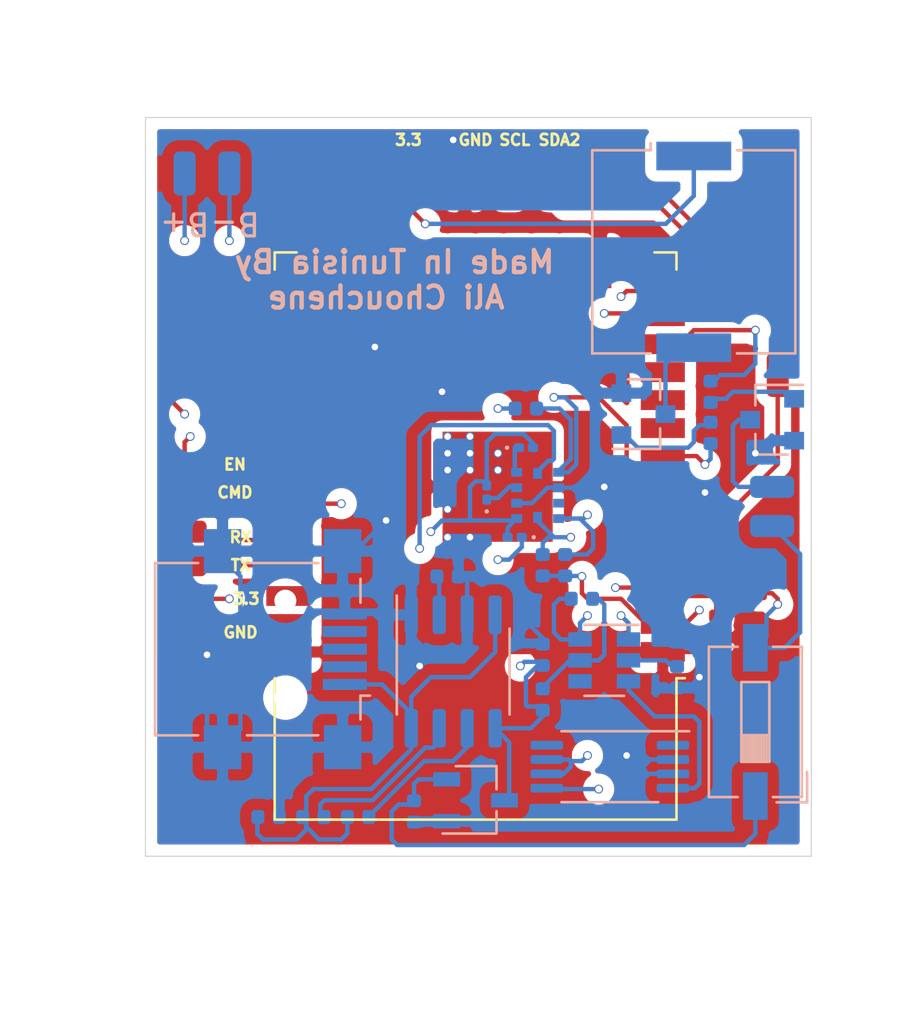
<source format=kicad_pcb>
(kicad_pcb (version 20171130) (host pcbnew "(5.1.6)-1")
  (layers (0 F.Cu signal) (1 In1.Cu signal) (2 In2.Cu signal) (31 B.Cu signal) (34 B.Paste user) (35 F.Paste user hide) (36 B.SilkS user) (37 F.SilkS user) (38 B.Mask user) (39 F.Mask user) (44 Edge.Cuts user hide))
  (net 0 "")
  (net 1 +3V3)
  (net 2 "Net-(BZ1-Pad2)")
  (net 3 B-)
  (net 4 +5V)
  (net 5 "Net-(C2-Pad2)")
  (net 6 B+)
  (net 7 EN)
  (net 8 SCL)
  (net 9 SDA2)
  (net 10 SC)
  (net 11 B2)
  (net 12 B1)
  (net 13 TX)
  (net 14 RX)
  (net 15 CMD)
  (net 16 "Net-(J17-Pad1)")
  (net 17 "Net-(R4-Pad1)")
  (net 18 "Net-(R5-Pad2)")
  (net 19 "Net-(R7-Pad2)")
  (net 20 "Net-(R8-Pad2)")
  (net 21 bz)
  (net 22 OC)
  (net 23 OD)
  (net 24 mt)
  (net 25 "Net-(D2-Pad1)")
  (net 26 "Net-(D3-Pad1)")
  (net 27 "Net-(D4-Pad1)")
  (net 28 GND)
  (net 29 "Net-(Q2-Pad1)")
  (net 30 "Net-(Q3-Pad1)")
  (net 31 "Net-(C5-Pad1)")
  (module Resistor_SMD:R_0402_1005Metric (layer F.Cu) (at 88.392 62.23 180)
    (fp_text reference R9)
    (fp_text value 10K)
    (pad 2 smd roundrect (at 0.485 0 180) (size 0.59 0.64) (layers F.Cu F.Paste F.Mask) (net 7 EN))
    (pad 1 smd roundrect (at -0.485 0 180) (size 0.59 0.64) (layers F.Cu F.Paste F.Mask) (net 1 +3V3))
  )
  (module Capacitor_SMD:C_0402_1005Metric (layer F.Cu) (at 86.868 63.754 270)
    (fp_text reference C4)
    (fp_text value 100nF)
    (pad 2 smd roundrect (at 0.485 0 270) (size 0.59 0.64) (layers F.Cu F.Paste F.Mask) (net 28 GND))
    (pad 1 smd roundrect (at -0.485 0 270) (size 0.59 0.64) (layers F.Cu F.Paste F.Mask) (net 7 EN))
  )
  (module Resistor_SMD:R_0402_1005Metric (layer B.Cu) (at 68.58 72.39)
    (fp_text reference R7)
    (fp_text value 1K)
    (pad 2 smd roundrect (at 0.485 0) (size 0.59 0.64) (layers B.Cu B.Paste B.Mask) (net 19 "Net-(R7-Pad2)"))
    (pad 1 smd roundrect (at -0.485 0) (size 0.59 0.64) (layers B.Cu B.Paste B.Mask) (net 4 +5V))
  )
  (module Resistor_SMD:R_0402_1005Metric (layer B.Cu) (at 86.614 54.955 270)
    (fp_text reference R11)
    (fp_text value 330)
    (pad 2 smd roundrect (at 0.485 0 270) (size 0.59 0.64) (layers B.Cu B.Paste B.Mask) (net 21 bz))
    (pad 1 smd roundrect (at -0.485 0 270) (size 0.59 0.64) (layers B.Cu B.Paste B.Mask) (net 30 "Net-(Q3-Pad1)"))
  )
  (module Resistor_SMD:R_0402_1005Metric (layer B.Cu) (at 86.614 53.086 90)
    (fp_text reference R10)
    (fp_text value 330)
    (pad 2 smd roundrect (at 0.485 0 90) (size 0.59 0.64) (layers B.Cu B.Paste B.Mask) (net 24 mt))
    (pad 1 smd roundrect (at -0.485 0 90) (size 0.59 0.64) (layers B.Cu B.Paste B.Mask) (net 29 "Net-(Q2-Pad1)"))
  )
  (module Resistor_SMD:R_0402_1005Metric (layer B.Cu) (at 70.612 72.39)
    (fp_text reference R8)
    (fp_text value 1K)
    (pad 2 smd roundrect (at 0.485 0) (size 0.59 0.64) (layers B.Cu B.Paste B.Mask) (net 20 "Net-(R8-Pad2)"))
    (pad 1 smd roundrect (at -0.485 0) (size 0.59 0.64) (layers B.Cu B.Paste B.Mask) (net 4 +5V))
  )
  (module Resistor_SMD:R_0402_1005Metric (layer B.Cu) (at 78.994 67.056 90)
    (fp_text reference R6)
    (fp_text value 100)
    (pad 2 smd roundrect (at 0.485 0 90) (size 0.59 0.64) (layers B.Cu B.Paste B.Mask) (net 5 "Net-(C2-Pad2)"))
    (pad 1 smd roundrect (at -0.485 0 90) (size 0.59 0.64) (layers B.Cu B.Paste B.Mask) (net 6 B+))
  )
  (module Resistor_SMD:R_0402_1005Metric (layer B.Cu) (at 74.676 61.468 180)
    (fp_text reference R5)
    (fp_text value 1.2K)
    (pad 2 smd roundrect (at 0.485 0 180) (size 0.59 0.64) (layers B.Cu B.Paste B.Mask) (net 18 "Net-(R5-Pad2)"))
    (pad 1 smd roundrect (at -0.485 0 180) (size 0.59 0.64) (layers B.Cu B.Paste B.Mask) (net 28 GND))
  )
  (module Resistor_SMD:R_0402_1005Metric (layer B.Cu) (at 85.09 66.04 270)
    (fp_text reference R4)
    (fp_text value 1K)
    (pad 2 smd roundrect (at 0.485 0 270) (size 0.59 0.64) (layers B.Cu B.Paste B.Mask) (net 28 GND))
    (pad 1 smd roundrect (at -0.485 0 270) (size 0.59 0.64) (layers B.Cu B.Paste B.Mask) (net 17 "Net-(R4-Pad1)"))
  )
  (module Resistor_SMD:R_0402_1005Metric (layer B.Cu) (at 78.994 60.96 90)
    (fp_text reference R3)
    (fp_text value 3.3K)
    (pad 2 smd roundrect (at 0.485 0 90) (size 0.59 0.64) (layers B.Cu B.Paste B.Mask) (net 8 SCL))
    (pad 1 smd roundrect (at -0.485 0 90) (size 0.59 0.64) (layers B.Cu B.Paste B.Mask) (net 1 +3V3))
  )
  (module Resistor_SMD:R_0402_1005Metric (layer B.Cu) (at 80.01 60.96 90)
    (fp_text reference R2)
    (fp_text value 3.3K)
    (pad 2 smd roundrect (at 0.485 0 90) (size 0.59 0.64) (layers B.Cu B.Paste B.Mask) (net 9 SDA2))
    (pad 1 smd roundrect (at -0.485 0 90) (size 0.59 0.64) (layers B.Cu B.Paste B.Mask) (net 1 +3V3))
  )
  (module Resistor_SMD:R_0402_1005Metric (layer B.Cu) (at 78.232 53.848)
    (fp_text reference R1)
    (fp_text value 3.3K)
    (pad 2 smd roundrect (at 0.485 0) (size 0.59 0.64) (layers B.Cu B.Paste B.Mask) (net 10 SC))
    (pad 1 smd roundrect (at -0.485 0) (size 0.59 0.64) (layers B.Cu B.Paste B.Mask) (net 1 +3V3))
  )
  (module Capacitor_SMD:C_0402_1005Metric (layer B.Cu) (at 73.152 72.136 270)
    (fp_text reference C5)
    (fp_text value 0.1UF)
    (pad 2 smd roundrect (at 0.485 0 270) (size 0.59 0.64) (layers B.Cu B.Paste B.Mask) (net 28 GND))
    (pad 1 smd roundrect (at -0.485 0 270) (size 0.59 0.64) (layers B.Cu B.Paste B.Mask) (net 31 "Net-(C5-Pad1)"))
  )
  (module Capacitor_SMD:C_0402_1005Metric (layer B.Cu) (at 78.994 65.024 90)
    (fp_text reference C3)
    (fp_text value 0.1UF)
    (pad 2 smd roundrect (at 0.485 0 90) (size 0.59 0.64) (layers B.Cu B.Paste B.Mask) (net 28 GND))
    (pad 1 smd roundrect (at -0.485 0 90) (size 0.59 0.64) (layers B.Cu B.Paste B.Mask) (net 6 B+))
  )
  (module Capacitor_SMD:C_0402_1005Metric (layer B.Cu) (at 80.772 62.484)
    (fp_text reference C2)
    (fp_text value 0.1UF)
    (pad 2 smd roundrect (at 0.485 0) (size 0.59 0.64) (layers B.Cu B.Paste B.Mask) (net 5 "Net-(C2-Pad2)"))
    (pad 1 smd roundrect (at -0.485 0) (size 0.59 0.64) (layers B.Cu B.Paste B.Mask) (net 3 B-))
  )
  (module Capacitor_SMD:C_0402_1005Metric (layer B.Cu) (at 66.548 72.39)
    (fp_text reference C1)
    (fp_text value 0.1UF)
    (pad 2 smd roundrect (at 0.485 0) (size 0.59 0.64) (layers B.Cu B.Paste B.Mask) (net 28 GND))
    (pad 1 smd roundrect (at -0.485 0) (size 0.59 0.64) (layers B.Cu B.Paste B.Mask) (net 4 +5V))
  )
  (module Package_TO_SOT_SMD:TSOT-23 (layer B.Cu) (at 75.946 71.628)
    (fp_text reference U5)
    (fp_text value AMS1117-3.3)
    (pad 3 smd rect (at 1.31 0) (size 1.22 0.65) (layers B.Cu B.Paste B.Mask) (net 6 B+))
    (pad 2 smd rect (at -1.31 -0.95) (size 1.22 0.65) (layers B.Cu B.Paste B.Mask) (net 31 "Net-(C5-Pad1)"))
    (pad 1 smd rect (at -1.31 0.95) (size 1.22 0.65) (layers B.Cu B.Paste B.Mask) (net 28 GND))
  )
  (module RF_Module:ESP32-WROOM-32 (layer F.Cu) (at 75.946 56.642 180)
    (fp_text reference U4)
    (fp_text value ESP32-WROOM-32D)
    (pad 39 smd rect (at -1 -0.755 180) (size 5 5) (layers F.Cu F.Paste F.Mask) (net 28 GND))
    (pad 1 smd rect (at -8.5 -8.255 180) (size 2 0.9) (layers F.Cu F.Paste F.Mask) (net 28 GND))
    (pad 2 smd rect (at -8.5 -6.985 180) (size 2 0.9) (layers F.Cu F.Paste F.Mask) (net 1 +3V3))
    (pad 3 smd rect (at -8.5 -5.715 180) (size 2 0.9) (layers F.Cu F.Paste F.Mask) (net 7 EN))
    (pad 4 smd rect (at -8.5 -4.445 180) (size 2 0.9) (layers F.Cu F.Paste F.Mask))
    (pad 5 smd rect (at -8.5 -3.175 180) (size 2 0.9) (layers F.Cu F.Paste F.Mask))
    (pad 6 smd rect (at -8.5 -1.905 180) (size 2 0.9) (layers F.Cu F.Paste F.Mask) (net 12 B1))
    (pad 7 smd rect (at -8.5 -0.635 180) (size 2 0.9) (layers F.Cu F.Paste F.Mask) (net 10 SC))
    (pad 8 smd rect (at -8.5 0.635 180) (size 2 0.9) (layers F.Cu F.Paste F.Mask) (net 21 bz))
    (pad 9 smd rect (at -8.5 1.905 180) (size 2 0.9) (layers F.Cu F.Paste F.Mask))
    (pad 10 smd rect (at -8.5 3.175 180) (size 2 0.9) (layers F.Cu F.Paste F.Mask))
    (pad 11 smd rect (at -8.5 4.445 180) (size 2 0.9) (layers F.Cu F.Paste F.Mask))
    (pad 12 smd rect (at -8.5 5.715 180) (size 2 0.9) (layers F.Cu F.Paste F.Mask) (net 24 mt))
    (pad 13 smd rect (at -8.5 6.985 180) (size 2 0.9) (layers F.Cu F.Paste F.Mask) (net 8 SCL))
    (pad 14 smd rect (at -8.5 8.255 180) (size 2 0.9) (layers F.Cu F.Paste F.Mask) (net 9 SDA2))
    (pad 15 smd rect (at -5.715 9.255 270) (size 2 0.9) (layers F.Cu F.Paste F.Mask) (net 28 GND))
    (pad 16 smd rect (at -4.445 9.255 270) (size 2 0.9) (layers F.Cu F.Paste F.Mask))
    (pad 17 smd rect (at -3.175 9.255 270) (size 2 0.9) (layers F.Cu F.Paste F.Mask))
    (pad 18 smd rect (at -1.905 9.255 270) (size 2 0.9) (layers F.Cu F.Paste F.Mask))
    (pad 19 smd rect (at -0.635 9.255 270) (size 2 0.9) (layers F.Cu F.Paste F.Mask))
    (pad 20 smd rect (at 0.635 9.255 270) (size 2 0.9) (layers F.Cu F.Paste F.Mask))
    (pad 21 smd rect (at 1.905 9.255 270) (size 2 0.9) (layers F.Cu F.Paste F.Mask))
    (pad 22 smd rect (at 3.175 9.255 270) (size 2 0.9) (layers F.Cu F.Paste F.Mask))
    (pad 23 smd rect (at 4.445 9.255 270) (size 2 0.9) (layers F.Cu F.Paste F.Mask))
    (pad 24 smd rect (at 5.715 9.255 270) (size 2 0.9) (layers F.Cu F.Paste F.Mask) (net 15 CMD))
    (pad 25 smd rect (at 8.5 8.255 180) (size 2 0.9) (layers F.Cu F.Paste F.Mask) (net 15 CMD))
    (pad 26 smd rect (at 8.5 6.985 180) (size 2 0.9) (layers F.Cu F.Paste F.Mask))
    (pad 27 smd rect (at 8.5 5.715 180) (size 2 0.9) (layers F.Cu F.Paste F.Mask))
    (pad 28 smd rect (at 8.5 4.445 180) (size 2 0.9) (layers F.Cu F.Paste F.Mask))
    (pad 29 smd rect (at 8.5 3.175 180) (size 2 0.9) (layers F.Cu F.Paste F.Mask))
    (pad 30 smd rect (at 8.5 1.905 180) (size 2 0.9) (layers F.Cu F.Paste F.Mask))
    (pad 31 smd rect (at 8.5 0.635 180) (size 2 0.9) (layers F.Cu F.Paste F.Mask))
    (pad 32 smd rect (at 8.5 -0.635 180) (size 2 0.9) (layers F.Cu F.Paste F.Mask))
    (pad 33 smd rect (at 8.5 -1.905 180) (size 2 0.9) (layers F.Cu F.Paste F.Mask) (net 11 B2))
    (pad 34 smd rect (at 8.5 -3.175 180) (size 2 0.9) (layers F.Cu F.Paste F.Mask) (net 14 RX))
    (pad 35 smd rect (at 8.5 -4.445 180) (size 2 0.9) (layers F.Cu F.Paste F.Mask) (net 13 TX))
    (pad 36 smd rect (at 8.5 -5.715 180) (size 2 0.9) (layers F.Cu F.Paste F.Mask))
    (pad 37 smd rect (at 8.5 -6.985 180) (size 2 0.9) (layers F.Cu F.Paste F.Mask))
    (pad 38 smd rect (at 8.5 -8.255 180) (size 2 0.9) (layers F.Cu F.Paste F.Mask) (net 28 GND))
  )
  (module Package_TO_SOT_SMD:SOT-23 (layer B.Cu) (at 83.566 54.102)
    (fp_text reference Q3)
    (fp_text value BC847)
    (pad 3 smd rect (at 1 0) (size 0.9 0.8) (layers B.Cu B.Paste B.Mask) (net 2 "Net-(BZ1-Pad2)"))
    (pad 2 smd rect (at -1 -0.95) (size 0.9 0.8) (layers B.Cu B.Paste B.Mask) (net 28 GND))
    (pad 1 smd rect (at -1 0.95) (size 0.9 0.8) (layers B.Cu B.Paste B.Mask) (net 30 "Net-(Q3-Pad1)"))
  )
  (module "USB Type-C:WLG" (layer B.Cu) (at 70.612 43.942)
    (fp_text reference IC1)
    (fp_text value BH1792GLC-E2)
    (pad 1 smd rect (at 7.2 14.9 270) (size 0.4 0.5) (layers B.Cu B.Paste B.Mask) (net 1 +3V3))
    (pad 3 smd rect (at 7.2 13.5 270) (size 0.4 0.5) (layers B.Cu B.Paste B.Mask) (net 25 "Net-(D2-Pad1)"))
    (pad 2 smd rect (at 7.2 14.2 270) (size 0.4 0.5) (layers B.Cu B.Paste B.Mask) (net 28 GND))
    (pad 4 smd rect (at 7.2 12.8 270) (size 0.4 0.5) (layers B.Cu B.Paste B.Mask) (net 26 "Net-(D3-Pad1)"))
    (pad 5 smd rect (at 8.15 12.85) (size 0.4 0.5) (layers B.Cu B.Paste B.Mask) (net 27 "Net-(D4-Pad1)"))
    (pad 10 smd rect (at 8.15 14.85) (size 0.4 0.5) (layers B.Cu B.Paste B.Mask) (net 8 SCL))
    (pad 9 smd rect (at 9.1 14.9 270) (size 0.4 0.5) (layers B.Cu B.Paste B.Mask) (net 9 SDA2))
    (pad 8 smd rect (at 9.1 14.2 270) (size 0.4 0.5) (layers B.Cu B.Paste B.Mask))
    (pad 6 smd rect (at 9.1 12.8 270) (size 0.4 0.5) (layers B.Cu B.Paste B.Mask) (net 10 SC))
    (pad 7 smd rect (at 9.1 13.5 270) (size 0.4 0.5) (layers B.Cu B.Paste B.Mask) (net 28 GND))
  )
  (module Package_TO_SOT_SMD:SOT-23 (layer B.Cu) (at 89.408 54.356 180)
    (fp_text reference Q2)
    (fp_text value BC847)
    (pad 3 smd rect (at 1 0 180) (size 0.9 0.8) (layers B.Cu B.Paste B.Mask) (net 16 "Net-(J17-Pad1)"))
    (pad 2 smd rect (at -1 -0.95 180) (size 0.9 0.8) (layers B.Cu B.Paste B.Mask) (net 28 GND))
    (pad 1 smd rect (at -1 0.95 180) (size 0.9 0.8) (layers B.Cu B.Paste B.Mask) (net 29 "Net-(Q2-Pad1)"))
  )
  (module LED_SMD:LED_0201_0603Metric (layer B.Cu) (at 77.724 59.69 180)
    (fp_text reference D4)
    (fp_text value LED)
    (pad 2 smd roundrect (at 0.32 0 180) (size 0.46 0.4) (layers B.Cu B.Mask) (net 1 +3V3))
    (pad 1 smd roundrect (at -0.32 0 180) (size 0.46 0.4) (layers B.Cu B.Mask) (net 27 "Net-(D4-Pad1)"))
  )
  (module LED_SMD:LED_0201_0603Metric (layer B.Cu) (at 78.232 55.626)
    (fp_text reference D3)
    (fp_text value LED)
    (pad 2 smd roundrect (at 0.32 0) (size 0.46 0.4) (layers B.Cu B.Mask) (net 1 +3V3))
    (pad 1 smd roundrect (at -0.32 0) (size 0.46 0.4) (layers B.Cu B.Mask) (net 26 "Net-(D3-Pad1)"))
  )
  (module LED_SMD:LED_0201_0603Metric (layer B.Cu) (at 76.454 57.658 90)
    (fp_text reference D2)
    (fp_text value LED)
    (pad 2 smd roundrect (at 0.32 0 90) (size 0.46 0.4) (layers B.Cu B.Mask) (net 1 +3V3))
    (pad 1 smd roundrect (at -0.32 0 90) (size 0.46 0.4) (layers B.Cu B.Mask) (net 25 "Net-(D2-Pad1)"))
  )
  (module Buzzer_Beeper:Buzzer_Murata_PKMCS0909E4000-R1 (layer B.Cu) (at 85.852 46.736 270)
    (fp_text reference BZ1)
    (fp_text value Buzzer)
    (pad 1 smd rect (at -4.35 0 270) (size 1.3 3.4) (layers B.Cu B.Paste B.Mask) (net 1 +3V3))
    (pad 2 smd rect (at 4.35 0 270) (size 1.3 3.4) (layers B.Cu B.Paste B.Mask) (net 2 "Net-(BZ1-Pad2)"))
  )
  (module Connector_USB:USB_Mini-B_Lumberg_2486_01_Horizontal (layer B.Cu) (at 67.31 64.77 90)
    (fp_text reference J1)
    (fp_text value USB_OTG)
    (pad 1 smd rect (at -1.6 2.7 90) (size 0.5 2) (layers B.Cu B.Paste B.Mask) (net 4 +5V))
    (pad 2 smd rect (at -0.8 2.7 90) (size 0.5 2) (layers B.Cu B.Paste B.Mask))
    (pad 3 smd rect (at 0 2.7 90) (size 0.5 2) (layers B.Cu B.Paste B.Mask))
    (pad 4 smd rect (at 0.8 2.7 90) (size 0.5 2) (layers B.Cu B.Paste B.Mask))
    (pad 5 smd rect (at 1.6 2.7 90) (size 0.5 2) (layers B.Cu B.Paste B.Mask) (net 28 GND))
    (pad 6 smd rect (at -4.45 2.6 90) (size 2 1.7) (layers B.Cu B.Paste B.Mask) (net 28 GND))
    (pad 6 smd rect (at -4.45 -2.85 90) (size 2 1.7) (layers B.Cu B.Paste B.Mask) (net 28 GND))
    (pad 6 smd rect (at 4.45 2.6 90) (size 2 1.7) (layers B.Cu B.Paste B.Mask) (net 28 GND))
    (pad 6 smd rect (at 4.45 -2.85 90) (size 2 1.7) (layers B.Cu B.Paste B.Mask) (net 28 GND))
    (pad "" np_thru_hole circle (at -2.2 0 90) (size 1 1) (drill 1) (layers *.Cu *.Mask))
    (pad "" np_thru_hole circle (at 2.2 0 90) (size 1 1) (drill 1) (layers *.Cu *.Mask))
  )
  (module Connector_Wire:SolderWirePad_1x01_SMD_1x2mm (layer F.Cu) (at 62.23 52.324 180)
    (fp_text reference J2)
    (fp_text value Conn_01x01_Female)
    (pad 1 smd roundrect (at 0 0 180) (size 1 2) (layers F.Cu F.Paste F.Mask) (net 11 B2))
  )
  (module Connector_Wire:SolderWirePad_1x01_SMD_1x2mm (layer F.Cu) (at 89.662 52.324)
    (fp_text reference J3)
    (fp_text value Conn_01x01_Female)
    (pad 1 smd roundrect (at 0 0) (size 1 2) (layers F.Cu F.Paste F.Mask) (net 12 B1))
  )
  (module Connector_Wire:SolderWirePad_1x01_SMD_1x2mm (layer F.Cu) (at 62.738 62.484 90)
    (fp_text reference J4)
    (fp_text value Conn_01x01_Female)
    (pad 1 smd roundrect (at 0 0 90) (size 1 2) (layers F.Cu F.Paste F.Mask) (net 1 +3V3))
  )
  (module Connector_Wire:SolderWirePad_1x01_SMD_1x2mm (layer F.Cu) (at 75.438 43.434)
    (fp_text reference J5)
    (fp_text value Conn_01x01_Female)
    (pad 1 smd roundrect (at 0 0) (size 1 2) (layers F.Cu F.Paste F.Mask) (net 28 GND))
  )
  (module Connector_Wire:SolderWirePad_1x01_SMD_1x2mm (layer F.Cu) (at 79.502 43.434)
    (fp_text reference J6)
    (fp_text value Conn_01x01_Female)
    (pad 1 smd roundrect (at 0 0) (size 1 2) (layers F.Cu F.Paste F.Mask) (net 9 SDA2))
  )
  (module Connector_Wire:SolderWirePad_1x01_SMD_1x2mm (layer F.Cu) (at 77.47 43.434)
    (fp_text reference J7)
    (fp_text value Conn_01x01_Female)
    (pad 1 smd roundrect (at 0 0) (size 1 2) (layers F.Cu F.Paste F.Mask) (net 8 SCL))
  )
  (module Connector_Wire:SolderWirePad_1x01_SMD_1x2mm (layer F.Cu) (at 73.152 43.434)
    (fp_text reference J8)
    (fp_text value Conn_01x01_Female)
    (pad 1 smd roundrect (at 0 0) (size 1 2) (layers F.Cu F.Paste F.Mask) (net 1 +3V3))
  )
  (module Connector_Wire:SolderWirePad_1x01_SMD_1x2mm (layer F.Cu) (at 62.738 60.96 90)
    (fp_text reference J9)
    (fp_text value Conn_01x01_Female)
    (pad 1 smd roundrect (at 0 0 90) (size 1 2) (layers F.Cu F.Paste F.Mask) (net 13 TX))
  )
  (module Connector_Wire:SolderWirePad_1x01_SMD_1x2mm (layer F.Cu) (at 62.738 59.436 90)
    (fp_text reference J10)
    (fp_text value Conn_01x01_Female)
    (pad 1 smd roundrect (at 0 0 90) (size 1 2) (layers F.Cu F.Paste F.Mask) (net 14 RX))
  )
  (module Connector_Wire:SolderWirePad_1x01_SMD_1x2mm (layer F.Cu) (at 62.738 57.912 90)
    (fp_text reference J11)
    (fp_text value Conn_01x01_Female)
    (pad 1 smd roundrect (at 0 0 90) (size 1 2) (layers F.Cu F.Paste F.Mask) (net 15 CMD))
  )
  (module Connector_Wire:SolderWirePad_1x01_SMD_1x2mm (layer F.Cu) (at 62.738 56.388 90)
    (fp_text reference J12)
    (fp_text value Conn_01x01_Female)
    (pad 1 smd roundrect (at 0 0 90) (size 1 2) (layers F.Cu F.Paste F.Mask) (net 7 EN))
  )
  (module Connector_Wire:SolderWirePad_1x01_SMD_1x2mm (layer B.Cu) (at 64.77 43.18)
    (fp_text reference J13)
    (fp_text value Conn_01x01_Female)
    (pad 1 smd roundrect (at 0 0) (size 1 2) (layers B.Cu B.Paste B.Mask) (net 3 B-))
  )
  (module Connector_Wire:SolderWirePad_1x01_SMD_1x2mm (layer B.Cu) (at 62.738 43.18)
    (fp_text reference J14)
    (fp_text value Conn_01x01_Female)
    (pad 1 smd roundrect (at 0 0) (size 1 2) (layers B.Cu B.Paste B.Mask) (net 6 B+))
  )
  (module Connector_Wire:SolderWirePad_1x01_SMD_1x2mm (layer F.Cu) (at 62.738 64.008 270)
    (fp_text reference J15)
    (fp_text value Conn_01x01_Female)
    (pad 1 smd roundrect (at 0 0 270) (size 1 2) (layers F.Cu F.Paste F.Mask) (net 28 GND))
  )
  (module Connector_Wire:SolderWirePad_1x01_SMD_1x2mm (layer B.Cu) (at 89.408 59.182 90)
    (fp_text reference J16)
    (fp_text value Conn_01x01_Female)
    (pad 1 smd roundrect (at 0 0 90) (size 1 2) (layers B.Cu B.Paste B.Mask) (net 1 +3V3))
  )
  (module Connector_Wire:SolderWirePad_1x01_SMD_1x2mm (layer B.Cu) (at 89.408 57.404 270)
    (fp_text reference J17)
    (fp_text value Conn_01x01_Female)
    (pad 1 smd roundrect (at 0 0 270) (size 1 2) (layers B.Cu B.Paste B.Mask) (net 16 "Net-(J17-Pad1)"))
  )
  (module Button_Switch_SMD:SW_DIP_SPSTx01_Slide_6.7x4.1mm_W6.73mm_P2.54mm_LowProfile_JPin (layer B.Cu) (at 88.646 68.072 90)
    (fp_text reference SW1)
    (fp_text value SW_DIP_x01)
    (pad 1 smd rect (at -3.365 0 90) (size 2.16 1.12) (layers B.Cu B.Paste B.Mask) (net 31 "Net-(C5-Pad1)"))
    (pad 2 smd rect (at 3.365 0 90) (size 2.16 1.12) (layers B.Cu B.Paste B.Mask) (net 1 +3V3))
  )
  (module Package_SO:TSSOP-8_4.4x3mm_P0.65mm (layer B.Cu) (at 82.042 70.104 180)
    (fp_text reference U1)
    (fp_text value FS8205A)
    (pad 1 smd roundrect (at -2.8625 0.975 180) (size 1.475 0.4) (layers B.Cu B.Paste B.Mask))
    (pad 2 smd roundrect (at -2.8625 0.325 180) (size 1.475 0.4) (layers B.Cu B.Paste B.Mask) (net 28 GND))
    (pad 3 smd roundrect (at -2.8625 -0.325 180) (size 1.475 0.4) (layers B.Cu B.Paste B.Mask) (net 28 GND))
    (pad 4 smd roundrect (at -2.8625 -0.975 180) (size 1.475 0.4) (layers B.Cu B.Paste B.Mask) (net 22 OC))
    (pad 5 smd roundrect (at 2.8625 -0.975 180) (size 1.475 0.4) (layers B.Cu B.Paste B.Mask) (net 23 OD))
    (pad 6 smd roundrect (at 2.8625 -0.325 180) (size 1.475 0.4) (layers B.Cu B.Paste B.Mask) (net 3 B-))
    (pad 7 smd roundrect (at 2.8625 0.325 180) (size 1.475 0.4) (layers B.Cu B.Paste B.Mask) (net 3 B-))
    (pad 8 smd roundrect (at 2.8625 0.975 180) (size 1.475 0.4) (layers B.Cu B.Paste B.Mask))
  )
  (module Package_SO:SO-8_3.9x4.9mm_P1.27mm (layer B.Cu) (at 74.93 65.786 270)
    (fp_text reference U2)
    (fp_text value TP4056)
    (pad 1 smd roundrect (at -2.575 1.905 270) (size 1.75 0.6) (layers B.Cu B.Paste B.Mask) (net 28 GND))
    (pad 2 smd roundrect (at -2.575 0.635 270) (size 1.75 0.6) (layers B.Cu B.Paste B.Mask) (net 18 "Net-(R5-Pad2)"))
    (pad 3 smd roundrect (at -2.575 -0.635 270) (size 1.75 0.6) (layers B.Cu B.Paste B.Mask) (net 28 GND))
    (pad 4 smd roundrect (at -2.575 -1.905 270) (size 1.75 0.6) (layers B.Cu B.Paste B.Mask) (net 4 +5V))
    (pad 5 smd roundrect (at 2.575 -1.905 270) (size 1.75 0.6) (layers B.Cu B.Paste B.Mask) (net 6 B+))
    (pad 6 smd roundrect (at 2.575 -0.635 270) (size 1.75 0.6) (layers B.Cu B.Paste B.Mask) (net 20 "Net-(R8-Pad2)"))
    (pad 7 smd roundrect (at 2.575 0.635 270) (size 1.75 0.6) (layers B.Cu B.Paste B.Mask) (net 19 "Net-(R7-Pad2)"))
    (pad 8 smd roundrect (at 2.575 1.905 270) (size 1.75 0.6) (layers B.Cu B.Paste B.Mask) (net 4 +5V))
  )
  (module Package_TO_SOT_SMD:SOT-23-6 (layer B.Cu) (at 81.788 65.278 180)
    (fp_text reference U3)
    (fp_text value DW01-P)
    (pad 1 smd rect (at -1.1 0.95 180) (size 1.06 0.65) (layers B.Cu B.Paste B.Mask) (net 23 OD))
    (pad 2 smd rect (at -1.1 0 180) (size 1.06 0.65) (layers B.Cu B.Paste B.Mask) (net 17 "Net-(R4-Pad1)"))
    (pad 3 smd rect (at -1.1 -0.95 180) (size 1.06 0.65) (layers B.Cu B.Paste B.Mask) (net 22 OC))
    (pad 4 smd rect (at 1.1 -0.95 180) (size 1.06 0.65) (layers B.Cu B.Paste B.Mask))
    (pad 6 smd rect (at 1.1 0.95 180) (size 1.06 0.65) (layers B.Cu B.Paste B.Mask) (net 3 B-))
    (pad 5 smd rect (at 1.1 0 180) (size 1.06 0.65) (layers B.Cu B.Paste B.Mask) (net 5 "Net-(C2-Pad2)"))
  )
  (gr_text GND (at 65.278 64.008) (layer F.SilkS) (effects (font (size 0.5 0.5) (thickness 0.125))))
  (gr_text 3.3 (at 65.532 62.484) (layer F.SilkS) (effects (font (size 0.5 0.5) (thickness 0.125))))
  (gr_text TX (at 65.278 60.96) (layer F.SilkS) (effects (font (size 0.5 0.5) (thickness 0.125))))
  (gr_text RX (at 65.278 59.69) (layer F.SilkS) (effects (font (size 0.5 0.5) (thickness 0.125))))
  (gr_text CMD (at 65.024 57.658) (layer F.SilkS) (effects (font (size 0.5 0.5) (thickness 0.125))))
  (gr_text EN (at 65.024 56.388) (layer F.SilkS) (effects (font (size 0.5 0.5) (thickness 0.125))))
  (gr_text B- (at 65.024 45.466 180) (layer B.SilkS) (effects (font (size 1 1))))
  (gr_text B+ (at 62.738 45.466 180) (layer B.SilkS) (effects (font (size 1 1))))
  (gr_text SDA2 (at 79.756 41.656) (layer F.SilkS) (effects (font (size 0.5 0.5) (thickness 0.125))))
  (gr_text SCL (at 77.724 41.656) (layer F.SilkS) (effects (font (size 0.5 0.5) (thickness 0.125))))
  (gr_text GND (at 75.946 41.656) (layer F.SilkS) (effects (font (size 0.5 0.5) (thickness 0.125))))
  (gr_text 3.3 (at 72.898 41.656) (layer F.SilkS) (effects (font (size 0.5 0.5) (thickness 0.125))))
  (gr_line (start 91.186 40.64) (end 60.96 40.64) (layer Edge.Cuts) (width 0.05))
  (gr_text "Made In Tunisia By \nAli Chouchene" (at 71.882 48.006) (layer B.SilkS) (effects (font (size 1 1) (thickness 0.2)) (justify mirror)))
  (gr_line (start 60.96 40.64) (end 60.96 74.168) (layer Edge.Cuts) (width 0.05))
  (gr_line (start 91.186 74.168) (end 91.186 40.64) (layer Edge.Cuts) (width 0.05))
  (gr_line (start 91.186 74.168) (end 60.96 74.168) (layer Edge.Cuts) (width 0.05))
  (segment (start 77.724 58.928) (end 76.708 58.928) (width 0.2) (layer B.Cu) (net 1))
  (segment (start 76.454 57.15) (end 75.946 57.15) (width 0.2) (layer B.Cu) (net 1))
  (segment (start 75.946 57.15) (end 75.692 57.404) (width 0.2) (layer B.Cu) (net 1))
  (segment (start 75.692 57.404) (end 75.692 58.928) (width 0.2) (layer B.Cu) (net 1))
  (segment (start 84.446 63.627) (end 83.693 63.627) (width 0.2) (layer F.Cu) (net 1))
  (segment (start 83.693 63.627) (end 82.55 62.484) (width 0.2) (layer F.Cu) (net 1))
  (segment (start 82.55 62.484) (end 81.026 62.484) (width 0.2) (layer F.Cu) (net 1))
  (segment (start 81.026 62.484) (end 80.772 62.23) (width 0.2) (layer F.Cu) (net 1))
  (segment (start 80.772 62.23) (end 80.772 61.468) (width 0.2) (layer F.Cu) (net 1))
  (segment (start 80.772 61.468) (end 80.772 61.468) (width 0.2) (layer F.Cu) (net 1))
  (via (at 80.772 61.468) (size 0.4) (drill 0.3) (layers F.Cu B.Cu) (net 1))
  (segment (start 89.979 64.707) (end 88.646 64.707) (width 0.2) (layer B.Cu) (net 1))
  (segment (start 90.678 64.008) (end 89.979 64.707) (width 0.2) (layer B.Cu) (net 1))
  (segment (start 89.408 59.182) (end 90.678 60.452) (width 0.2) (layer B.Cu) (net 1))
  (segment (start 90.678 60.452) (end 90.678 64.008) (width 0.2) (layer B.Cu) (net 1))
  (segment (start 78.552 55.426) (end 78.12802 55.00202) (width 0.2) (layer B.Cu) (net 1))
  (segment (start 78.552 55.626) (end 78.552 55.426) (width 0.2) (layer B.Cu) (net 1))
  (segment (start 78.12802 55.00202) (end 76.82398 55.00202) (width 0.2) (layer B.Cu) (net 1))
  (segment (start 76.454 55.372) (end 76.454 57.338) (width 0.2) (layer B.Cu) (net 1))
  (segment (start 76.82398 55.00202) (end 76.454 55.372) (width 0.2) (layer B.Cu) (net 1))
  (segment (start 75.692 58.928) (end 74.422 58.928) (width 0.2) (layer B.Cu) (net 1))
  (segment (start 74.422 58.928) (end 73.914 59.436) (width 0.2) (layer B.Cu) (net 1))
  (segment (start 73.914 59.436) (end 73.914 59.436) (width 0.2) (layer B.Cu) (net 1))
  (via (at 73.914 59.436) (size 0.4) (drill 0.3) (layers F.Cu B.Cu) (net 1))
  (segment (start 62.738 62.484) (end 64.77 62.484) (width 0.2) (layer F.Cu) (net 1))
  (segment (start 64.77 62.484) (end 64.77 62.484) (width 0.2) (layer F.Cu) (net 1))
  (via (at 64.77 62.484) (size 0.4) (drill 0.3) (layers F.Cu B.Cu) (net 1))
  (segment (start 76.962 53.848) (end 76.962 53.848) (width 0.2) (layer B.Cu) (net 1))
  (via (at 76.962 53.848) (size 0.4) (drill 0.3) (layers F.Cu B.Cu) (net 1))
  (segment (start 73.152 43.434) (end 73.152 44.958) (width 0.2) (layer F.Cu) (net 1))
  (segment (start 73.152 44.958) (end 73.66 45.466) (width 0.2) (layer F.Cu) (net 1))
  (segment (start 73.66 45.466) (end 73.66 45.466) (width 0.2) (layer F.Cu) (net 1))
  (via (at 73.66 45.466) (size 0.4) (drill 0.3) (layers F.Cu B.Cu) (net 1))
  (segment (start 73.66 45.466) (end 84.582 45.466) (width 0.2) (layer B.Cu) (net 1))
  (segment (start 85.852 44.196) (end 85.852 42.386) (width 0.2) (layer B.Cu) (net 1))
  (segment (start 84.582 45.466) (end 85.852 44.196) (width 0.2) (layer B.Cu) (net 1))
  (segment (start 89.662 62.738) (end 89.662 62.738) (width 0.2) (layer F.Cu) (net 1))
  (via (at 89.662 62.738) (size 0.4) (drill 0.3) (layers F.Cu B.Cu) (net 1))
  (segment (start 84.446 63.627) (end 85.471 63.627) (width 0.2) (layer F.Cu) (net 1))
  (segment (start 85.471 63.627) (end 85.735999 63.362001) (width 0.2) (layer F.Cu) (net 1))
  (segment (start 85.735999 63.362001) (end 86.106 62.992) (width 0.2) (layer F.Cu) (net 1))
  (segment (start 86.106 62.992) (end 86.106 62.992) (width 0.2) (layer F.Cu) (net 1))
  (via (at 86.106 62.992) (size 0.4) (drill 0.3) (layers F.Cu B.Cu) (net 1))
  (segment (start 89.662 62.738) (end 89.154 63.246) (width 0.2) (layer B.Cu) (net 1))
  (segment (start 89.154 64.199) (end 88.646 64.707) (width 0.2) (layer B.Cu) (net 1))
  (segment (start 89.154 63.246) (end 89.154 64.199) (width 0.2) (layer B.Cu) (net 1))
  (segment (start 77.812 58.842) (end 77.81 58.842) (width 0.2) (layer B.Cu) (net 1))
  (segment (start 77.404 59.248) (end 77.404 59.69) (width 0.2) (layer B.Cu) (net 1))
  (segment (start 77.81 58.842) (end 77.404 59.248) (width 0.2) (layer B.Cu) (net 1))
  (segment (start 77.747 53.848) (end 76.962 53.848) (width 0.2) (layer B.Cu) (net 1))
  (segment (start 78.994 61.445) (end 80.01 61.445) (width 0.2) (layer B.Cu) (net 1))
  (segment (start 80.749 61.445) (end 80.772 61.468) (width 0.2) (layer B.Cu) (net 1))
  (segment (start 80.01 61.445) (end 80.749 61.445) (width 0.2) (layer B.Cu) (net 1))
  (segment (start 88.877 62.23) (end 89.408 62.23) (width 0.2) (layer F.Cu) (net 1))
  (segment (start 89.408 62.23) (end 89.662 62.484) (width 0.2) (layer F.Cu) (net 1))
  (segment (start 89.662 62.484) (end 89.662 62.738) (width 0.2) (layer F.Cu) (net 1))
  (segment (start 75.692 58.928) (end 76.708 58.928) (width 0.2) (layer B.Cu) (net 1))
  (segment (start 84.566 54.102) (end 84.566 51.832) (width 0.2) (layer B.Cu) (net 2))
  (segment (start 85.312 51.086) (end 85.852 51.086) (width 0.2) (layer B.Cu) (net 2))
  (segment (start 84.566 51.832) (end 85.312 51.086) (width 0.2) (layer B.Cu) (net 2))
  (segment (start 64.77 42.418) (end 64.77 43.18) (width 0.2) (layer B.Cu) (net 3))
  (segment (start 79.1795 69.779) (end 80.193 69.779) (width 0.2) (layer B.Cu) (net 3))
  (segment (start 80.193 69.779) (end 80.264 69.85) (width 0.2) (layer B.Cu) (net 3))
  (segment (start 80.264 69.85) (end 80.264 70.104) (width 0.2) (layer B.Cu) (net 3))
  (segment (start 79.939 70.429) (end 79.1795 70.429) (width 0.2) (layer B.Cu) (net 3))
  (segment (start 80.264 70.104) (end 79.939 70.429) (width 0.2) (layer B.Cu) (net 3))
  (segment (start 80.264 69.85) (end 80.772 69.85) (width 0.2) (layer B.Cu) (net 3))
  (segment (start 80.772 69.85) (end 81.026 69.596) (width 0.2) (layer B.Cu) (net 3))
  (segment (start 81.026 69.596) (end 81.026 69.596) (width 0.2) (layer B.Cu) (net 3))
  (via (at 81.026 69.596) (size 0.4) (drill 0.3) (layers F.Cu B.Cu) (net 3))
  (via (at 64.77 46.228) (size 0.4) (drill 0.3) (layers F.Cu B.Cu) (net 3))
  (segment (start 64.77 46.228) (end 64.77 43.18) (width 0.2) (layer B.Cu) (net 3))
  (segment (start 80.688 64.328) (end 80.452 64.092) (width 0.2) (layer B.Cu) (net 3))
  (segment (start 80.688 64.328) (end 80.688 63.584) (width 0.2) (layer B.Cu) (net 3))
  (segment (start 81.026 63.246) (end 81.026 63.246) (width 0.2) (layer B.Cu) (net 3))
  (via (at 81.026 63.246) (size 0.4) (drill 0.3) (layers F.Cu B.Cu) (net 3))
  (segment (start 80.688 63.584) (end 81.026 63.246) (width 0.2) (layer B.Cu) (net 3))
  (segment (start 80.452 62.484) (end 79.756 62.484) (width 0.2) (layer B.Cu) (net 3))
  (segment (start 79.756 62.484) (end 79.502 62.738) (width 0.2) (layer B.Cu) (net 3))
  (segment (start 79.502 62.738) (end 79.502 64.008) (width 0.2) (layer B.Cu) (net 3))
  (segment (start 79.502 64.008) (end 79.822 64.328) (width 0.2) (layer B.Cu) (net 3))
  (segment (start 79.822 64.328) (end 79.944 64.328) (width 0.2) (layer B.Cu) (net 3))
  (segment (start 79.944 64.328) (end 80.688 64.328) (width 0.2) (layer B.Cu) (net 3))
  (segment (start 70.01 66.37) (end 71.704 66.37) (width 0.2) (layer B.Cu) (net 4))
  (segment (start 73.025 67.691) (end 73.025 68.361) (width 0.2) (layer B.Cu) (net 4))
  (segment (start 71.704 66.37) (end 73.025 67.691) (width 0.2) (layer B.Cu) (net 4))
  (segment (start 76.835 63.211) (end 76.835 64.897) (width 0.2) (layer B.Cu) (net 4))
  (segment (start 76.835 64.897) (end 75.692 66.04) (width 0.2) (layer B.Cu) (net 4))
  (segment (start 75.692 66.04) (end 73.914 66.04) (width 0.2) (layer B.Cu) (net 4))
  (segment (start 73.025 66.929) (end 73.025 68.361) (width 0.2) (layer B.Cu) (net 4))
  (segment (start 73.914 66.04) (end 73.025 66.929) (width 0.2) (layer B.Cu) (net 4))
  (segment (start 67.818 73.406) (end 68.26 72.964) (width 0.2) (layer B.Cu) (net 4))
  (segment (start 68.26 72.832) (end 68.26 72.39) (width 0.2) (layer B.Cu) (net 4))
  (segment (start 68.26 72.964) (end 68.26 72.832) (width 0.2) (layer B.Cu) (net 4))
  (segment (start 68.26 71.44) (end 68.26 72.39) (width 0.2) (layer B.Cu) (net 4))
  (segment (start 68.58 71.12) (end 68.26 71.44) (width 0.2) (layer B.Cu) (net 4))
  (segment (start 71.211714 71.12) (end 68.58 71.12) (width 0.2) (layer B.Cu) (net 4))
  (segment (start 73.025 68.361) (end 73.025 69.306714) (width 0.2) (layer B.Cu) (net 4))
  (segment (start 73.025 69.306714) (end 71.211714 71.12) (width 0.2) (layer B.Cu) (net 4))
  (segment (start 67.818 73.406) (end 66.294 73.406) (width 0.2) (layer B.Cu) (net 4))
  (segment (start 66.294 73.406) (end 66.04 73.152) (width 0.2) (layer B.Cu) (net 4))
  (segment (start 66.04 72.413) (end 66.063 72.39) (width 0.2) (layer B.Cu) (net 4))
  (segment (start 66.04 73.152) (end 66.04 72.413) (width 0.2) (layer B.Cu) (net 4))
  (segment (start 70.127 73.129) (end 70.127 72.39) (width 0.2) (layer B.Cu) (net 4))
  (segment (start 68.26 72.832) (end 68.834 73.406) (width 0.2) (layer B.Cu) (net 4))
  (segment (start 69.85 73.406) (end 70.127 73.129) (width 0.2) (layer B.Cu) (net 4))
  (segment (start 68.834 73.406) (end 69.85 73.406) (width 0.2) (layer B.Cu) (net 4))
  (segment (start 80.222 65.278) (end 80.688 65.278) (width 0.2) (layer B.Cu) (net 5))
  (segment (start 78.994 66.506) (end 80.222 65.278) (width 0.2) (layer B.Cu) (net 5))
  (segment (start 78.994 66.736) (end 78.994 66.506) (width 0.2) (layer B.Cu) (net 5))
  (segment (start 81.092 62.484) (end 81.534 62.484) (width 0.2) (layer B.Cu) (net 5))
  (segment (start 81.534 62.484) (end 81.788 62.738) (width 0.2) (layer B.Cu) (net 5))
  (segment (start 81.788 62.738) (end 81.788 65.024) (width 0.2) (layer B.Cu) (net 5))
  (segment (start 81.534 65.278) (end 80.688 65.278) (width 0.2) (layer B.Cu) (net 5))
  (segment (start 81.788 65.024) (end 81.534 65.278) (width 0.2) (layer B.Cu) (net 5))
  (segment (start 76.835 68.361) (end 78.451 68.361) (width 0.2) (layer B.Cu) (net 6))
  (segment (start 78.994 67.818) (end 78.994 67.376) (width 0.2) (layer B.Cu) (net 6))
  (segment (start 78.451 68.361) (end 78.994 67.818) (width 0.2) (layer B.Cu) (net 6))
  (segment (start 78.994 67.376) (end 78.298 67.376) (width 0.2) (layer B.Cu) (net 6))
  (segment (start 78.298 67.376) (end 78.232 67.31) (width 0.2) (layer B.Cu) (net 6))
  (segment (start 78.232 67.31) (end 78.232 66.04) (width 0.2) (layer B.Cu) (net 6))
  (segment (start 78.928 65.344) (end 78.994 65.344) (width 0.2) (layer B.Cu) (net 6))
  (segment (start 78.232 66.04) (end 78.928 65.344) (width 0.2) (layer B.Cu) (net 6))
  (segment (start 78.994 65.344) (end 78.166 65.344) (width 0.2) (layer B.Cu) (net 6))
  (segment (start 77.978 65.532) (end 77.978 65.532) (width 0.2) (layer B.Cu) (net 6))
  (segment (start 77.978 65.532) (end 78.166 65.344) (width 0.2) (layer B.Cu) (net 6))
  (via (at 77.978 65.532) (size 0.4) (drill 0.3) (layers F.Cu B.Cu) (net 6))
  (via (at 62.738 46.228) (size 0.4) (drill 0.3) (layers F.Cu B.Cu) (net 6))
  (segment (start 62.738 43.18) (end 62.738 46.228) (width 0.2) (layer B.Cu) (net 6))
  (segment (start 76.835 68.361) (end 77.47 68.996) (width 0.2) (layer B.Cu) (net 6))
  (segment (start 77.47 71.414) (end 77.256 71.628) (width 0.2) (layer B.Cu) (net 6))
  (segment (start 77.47 68.996) (end 77.47 71.414) (width 0.2) (layer B.Cu) (net 6))
  (segment (start 62.738 56.388) (end 62.738 55.372) (width 0.2) (layer F.Cu) (net 7))
  (segment (start 62.738 55.372) (end 62.992 55.118) (width 0.2) (layer F.Cu) (net 7))
  (segment (start 62.992 55.118) (end 62.992 55.118) (width 0.2) (layer F.Cu) (net 7))
  (via (at 62.992 55.118) (size 0.4) (drill 0.3) (layers F.Cu B.Cu) (net 7))
  (segment (start 84.065 61.976) (end 84.446 62.357) (width 0.2) (layer F.Cu) (net 7))
  (segment (start 82.296 61.976) (end 84.065 61.976) (width 0.2) (layer F.Cu) (net 7))
  (segment (start 86.868 63.434) (end 86.868 62.738) (width 0.2) (layer F.Cu) (net 7))
  (segment (start 86.868 62.738) (end 86.868 62.484) (width 0.2) (layer F.Cu) (net 7))
  (segment (start 86.741 62.357) (end 84.446 62.357) (width 0.2) (layer F.Cu) (net 7))
  (segment (start 86.868 62.484) (end 86.741 62.357) (width 0.2) (layer F.Cu) (net 7))
  (via (at 82.296 61.976) (size 0.4) (drill 0.3) (layers F.Cu B.Cu) (net 7))
  (segment (start 86.868 62.484) (end 87.122 62.23) (width 0.2) (layer F.Cu) (net 7))
  (segment (start 87.122 62.23) (end 87.907 62.23) (width 0.2) (layer F.Cu) (net 7))
  (segment (start 85.166002 49.657) (end 86.106 48.717002) (width 0.2) (layer F.Cu) (net 8))
  (segment (start 84.446 49.657) (end 85.166002 49.657) (width 0.2) (layer F.Cu) (net 8))
  (segment (start 86.106 48.717002) (end 86.106 45.72) (width 0.2) (layer F.Cu) (net 8))
  (segment (start 86.106 45.72) (end 84.582 44.196) (width 0.2) (layer F.Cu) (net 8))
  (segment (start 84.582 44.196) (end 81.534 44.196) (width 0.2) (layer F.Cu) (net 8))
  (segment (start 81.534 44.196) (end 80.772 43.434) (width 0.2) (layer F.Cu) (net 8))
  (segment (start 80.772 43.434) (end 80.772 42.164) (width 0.2) (layer F.Cu) (net 8))
  (segment (start 80.772 42.164) (end 80.264 41.656) (width 0.2) (layer F.Cu) (net 8))
  (segment (start 80.264 41.656) (end 78.232 41.656) (width 0.2) (layer F.Cu) (net 8))
  (segment (start 77.47 42.418) (end 77.47 43.434) (width 0.2) (layer F.Cu) (net 8))
  (segment (start 78.232 41.656) (end 77.47 42.418) (width 0.2) (layer F.Cu) (net 8))
  (segment (start 80.242 59.712) (end 80.264 59.69) (width 0.2) (layer B.Cu) (net 8))
  (segment (start 80.264 59.69) (end 80.264 59.69) (width 0.2) (layer B.Cu) (net 8))
  (via (at 80.264 59.69) (size 0.4) (drill 0.3) (layers F.Cu B.Cu) (net 8))
  (via (at 81.788 49.53) (size 0.4) (drill 0.3) (layers F.Cu B.Cu) (net 8))
  (segment (start 84.319 49.53) (end 84.446 49.657) (width 0.2) (layer F.Cu) (net 8))
  (segment (start 81.788 49.53) (end 84.319 49.53) (width 0.2) (layer F.Cu) (net 8))
  (segment (start 78.74 58.928) (end 79.502 59.69) (width 0.2) (layer B.Cu) (net 8))
  (segment (start 79.502 59.69) (end 80.264 59.69) (width 0.2) (layer B.Cu) (net 8))
  (segment (start 79.502 59.69) (end 79.248 59.69) (width 0.2) (layer B.Cu) (net 8))
  (segment (start 78.994 59.944) (end 78.994 60.475) (width 0.2) (layer B.Cu) (net 8))
  (segment (start 79.248 59.69) (end 78.994 59.944) (width 0.2) (layer B.Cu) (net 8))
  (segment (start 84.446 48.387) (end 85.217 48.387) (width 0.2) (layer F.Cu) (net 9))
  (segment (start 85.217 48.387) (end 85.598 48.006) (width 0.2) (layer F.Cu) (net 9))
  (segment (start 85.598 48.006) (end 85.598 45.974) (width 0.2) (layer F.Cu) (net 9))
  (segment (start 85.598 45.974) (end 84.328 44.704) (width 0.2) (layer F.Cu) (net 9))
  (segment (start 84.328 44.704) (end 80.01 44.704) (width 0.2) (layer F.Cu) (net 9))
  (segment (start 79.502 44.196) (end 79.502 43.434) (width 0.2) (layer F.Cu) (net 9))
  (segment (start 80.01 44.704) (end 79.502 44.196) (width 0.2) (layer F.Cu) (net 9))
  (segment (start 79.712 58.842) (end 80.686 58.842) (width 0.2) (layer B.Cu) (net 9))
  (segment (start 80.686 58.842) (end 80.858 58.842) (width 0.2) (layer B.Cu) (net 9))
  (segment (start 80.858 58.842) (end 81.026 58.674) (width 0.2) (layer B.Cu) (net 9))
  (segment (start 81.026 58.674) (end 81.026 58.674) (width 0.2) (layer B.Cu) (net 9))
  (via (at 81.026 58.674) (size 0.4) (drill 0.3) (layers F.Cu B.Cu) (net 9))
  (via (at 82.55 48.768) (size 0.4) (drill 0.3) (layers F.Cu B.Cu) (net 9))
  (segment (start 82.55 48.768) (end 82.804 48.514) (width 0.2) (layer F.Cu) (net 9))
  (segment (start 84.319 48.514) (end 84.446 48.387) (width 0.2) (layer F.Cu) (net 9))
  (segment (start 82.804 48.514) (end 84.319 48.514) (width 0.2) (layer F.Cu) (net 9))
  (segment (start 81.003 60.475) (end 80.01 60.475) (width 0.2) (layer B.Cu) (net 9))
  (segment (start 81.28 60.198) (end 81.003 60.475) (width 0.2) (layer B.Cu) (net 9))
  (segment (start 80.686 58.842) (end 81.28 59.436) (width 0.2) (layer B.Cu) (net 9))
  (segment (start 81.28 59.436) (end 81.28 60.198) (width 0.2) (layer B.Cu) (net 9))
  (segment (start 79.756 56.698) (end 79.712 56.742) (width 0.2) (layer B.Cu) (net 10))
  (segment (start 79.712 56.742) (end 80.164 56.742) (width 0.2) (layer B.Cu) (net 10))
  (segment (start 80.164 56.742) (end 80.518 56.388) (width 0.2) (layer B.Cu) (net 10))
  (segment (start 80.518 56.388) (end 80.518 53.848) (width 0.2) (layer B.Cu) (net 10))
  (segment (start 80.518 53.848) (end 80.01 53.34) (width 0.2) (layer B.Cu) (net 10))
  (segment (start 80.01 53.34) (end 79.502 53.34) (width 0.2) (layer B.Cu) (net 10))
  (segment (start 79.502 53.34) (end 79.502 53.34) (width 0.2) (layer B.Cu) (net 10))
  (via (at 79.502 53.34) (size 0.4) (drill 0.3) (layers F.Cu B.Cu) (net 10))
  (segment (start 83.185 57.277) (end 84.446 57.277) (width 0.2) (layer F.Cu) (net 10))
  (segment (start 82.804 56.896) (end 83.185 57.277) (width 0.2) (layer F.Cu) (net 10))
  (segment (start 82.804 54.61) (end 82.804 56.896) (width 0.2) (layer F.Cu) (net 10))
  (segment (start 79.502 53.34) (end 81.534 53.34) (width 0.2) (layer F.Cu) (net 10))
  (segment (start 81.534 53.34) (end 82.804 54.61) (width 0.2) (layer F.Cu) (net 10))
  (segment (start 79.756 53.848) (end 78.717 53.848) (width 0.2) (layer B.Cu) (net 10))
  (segment (start 79.756 56.642) (end 80.264 56.134) (width 0.2) (layer B.Cu) (net 10))
  (segment (start 80.264 54.356) (end 79.756 53.848) (width 0.2) (layer B.Cu) (net 10))
  (segment (start 80.264 56.134) (end 80.264 54.356) (width 0.2) (layer B.Cu) (net 10))
  (segment (start 62.23 52.324) (end 62.23 53.594) (width 0.2) (layer F.Cu) (net 11))
  (segment (start 62.23 53.594) (end 62.738 54.102) (width 0.2) (layer F.Cu) (net 11))
  (segment (start 62.738 54.102) (end 62.738 54.102) (width 0.2) (layer F.Cu) (net 11))
  (via (at 62.738 54.102) (size 0.4) (drill 0.3) (layers F.Cu B.Cu) (net 11))
  (via (at 69.85 58.166) (size 0.4) (drill 0.3) (layers F.Cu B.Cu) (net 11))
  (segment (start 67.827 58.166) (end 67.446 58.547) (width 0.2) (layer F.Cu) (net 11))
  (segment (start 69.85 58.166) (end 67.827 58.166) (width 0.2) (layer F.Cu) (net 11))
  (segment (start 89.662 56.366002) (end 89.662 52.324) (width 0.2) (layer F.Cu) (net 12))
  (segment (start 87.481002 58.547) (end 89.662 56.366002) (width 0.2) (layer F.Cu) (net 12))
  (segment (start 84.446 58.547) (end 87.481002 58.547) (width 0.2) (layer F.Cu) (net 12))
  (segment (start 67.319 60.96) (end 67.446 61.087) (width 0.2) (layer F.Cu) (net 13))
  (segment (start 62.738 60.96) (end 67.319 60.96) (width 0.2) (layer F.Cu) (net 13))
  (segment (start 62.738 59.436) (end 63.246 59.436) (width 0.2) (layer F.Cu) (net 14))
  (segment (start 63.627 59.817) (end 67.446 59.817) (width 0.2) (layer F.Cu) (net 14))
  (segment (start 63.246 59.436) (end 63.627 59.817) (width 0.2) (layer F.Cu) (net 14))
  (segment (start 67.446 48.387) (end 67.446 47.87) (width 0.2) (layer F.Cu) (net 15))
  (segment (start 67.446 47.87) (end 67.818 47.498) (width 0.2) (layer F.Cu) (net 15))
  (segment (start 67.818 47.498) (end 69.85 47.498) (width 0.2) (layer F.Cu) (net 15))
  (segment (start 67.446 48.387) (end 65.151 48.387) (width 0.2) (layer F.Cu) (net 15))
  (segment (start 65.151 48.387) (end 65.024 48.514) (width 0.2) (layer F.Cu) (net 15))
  (segment (start 65.024 48.514) (end 65.024 57.658) (width 0.2) (layer F.Cu) (net 15))
  (segment (start 64.77 57.912) (end 62.738 57.912) (width 0.2) (layer F.Cu) (net 15))
  (segment (start 65.024 57.658) (end 64.77 57.912) (width 0.2) (layer F.Cu) (net 15))
  (segment (start 87.884 57.404) (end 89.408 57.404) (width 0.2) (layer B.Cu) (net 16))
  (segment (start 88.408 54.356) (end 87.884 54.356) (width 0.2) (layer B.Cu) (net 16))
  (segment (start 87.884 54.356) (end 87.63 54.61) (width 0.2) (layer B.Cu) (net 16))
  (segment (start 87.63 57.15) (end 87.884 57.404) (width 0.2) (layer B.Cu) (net 16))
  (segment (start 87.63 54.61) (end 87.63 57.15) (width 0.2) (layer B.Cu) (net 16))
  (segment (start 82.888 65.278) (end 84.582 65.278) (width 0.2) (layer B.Cu) (net 17))
  (segment (start 85.024 65.72) (end 85.09 65.72) (width 0.2) (layer B.Cu) (net 17))
  (segment (start 84.582 65.278) (end 85.024 65.72) (width 0.2) (layer B.Cu) (net 17))
  (segment (start 74.295 61.529) (end 74.356 61.468) (width 0.2) (layer B.Cu) (net 18))
  (segment (start 74.295 63.211) (end 74.295 61.529) (width 0.2) (layer B.Cu) (net 18))
  (segment (start 73.66 69.237412) (end 71.269412 71.628) (width 0.2) (layer B.Cu) (net 19))
  (segment (start 71.269412 71.628) (end 69.088 71.628) (width 0.2) (layer B.Cu) (net 19))
  (segment (start 68.9 71.816) (end 68.9 72.39) (width 0.2) (layer B.Cu) (net 19))
  (segment (start 69.088 71.628) (end 68.9 71.816) (width 0.2) (layer B.Cu) (net 19))
  (segment (start 74.295 68.361) (end 74.295 68.961) (width 0.2) (layer B.Cu) (net 19))
  (segment (start 74.018588 69.237412) (end 73.66 69.237412) (width 0.2) (layer B.Cu) (net 19))
  (segment (start 74.295 68.961) (end 74.018588 69.237412) (width 0.2) (layer B.Cu) (net 19))
  (segment (start 74.93 69.85) (end 75.565 69.215) (width 0.2) (layer B.Cu) (net 20))
  (segment (start 75.565 69.215) (end 75.565 68.361) (width 0.2) (layer B.Cu) (net 20))
  (segment (start 73.61311 69.85) (end 74.93 69.85) (width 0.2) (layer B.Cu) (net 20))
  (segment (start 71.097 72.36611) (end 71.097 72.39) (width 0.2) (layer B.Cu) (net 20))
  (segment (start 73.61311 69.85) (end 71.097 72.36611) (width 0.2) (layer B.Cu) (net 20))
  (segment (start 84.446 56.007) (end 85.979 56.007) (width 0.2) (layer F.Cu) (net 21))
  (segment (start 85.979 56.007) (end 86.36 56.388) (width 0.2) (layer F.Cu) (net 21))
  (segment (start 86.36 56.388) (end 86.36 56.388) (width 0.2) (layer F.Cu) (net 21))
  (via (at 86.36 56.388) (size 0.4) (drill 0.3) (layers F.Cu B.Cu) (net 21))
  (segment (start 86.36 56.388) (end 86.614 56.134) (width 0.2) (layer B.Cu) (net 21))
  (segment (start 86.614 56.134) (end 86.614 55.275) (width 0.2) (layer B.Cu) (net 21))
  (segment (start 85.893 71.079) (end 84.9045 71.079) (width 0.2) (layer B.Cu) (net 22))
  (segment (start 82.888 66.632) (end 84.074 67.818) (width 0.2) (layer B.Cu) (net 22))
  (segment (start 85.852 67.818) (end 86.106 68.072) (width 0.2) (layer B.Cu) (net 22))
  (segment (start 82.888 66.228) (end 82.888 66.632) (width 0.2) (layer B.Cu) (net 22))
  (segment (start 86.106 68.072) (end 86.106 70.866) (width 0.2) (layer B.Cu) (net 22))
  (segment (start 86.106 70.866) (end 85.893 71.079) (width 0.2) (layer B.Cu) (net 22))
  (segment (start 84.074 67.818) (end 85.852 67.818) (width 0.2) (layer B.Cu) (net 22))
  (via (at 81.534 71.12) (size 0.4) (drill 0.3) (layers F.Cu B.Cu) (net 23))
  (segment (start 79.2205 71.12) (end 79.1795 71.079) (width 0.2) (layer B.Cu) (net 23))
  (segment (start 81.534 71.12) (end 79.2205 71.12) (width 0.2) (layer B.Cu) (net 23))
  (segment (start 82.888 64.328) (end 82.888 63.584) (width 0.2) (layer B.Cu) (net 23))
  (segment (start 82.888 63.584) (end 82.55 63.246) (width 0.2) (layer B.Cu) (net 23))
  (segment (start 82.55 63.246) (end 82.55 63.246) (width 0.2) (layer B.Cu) (net 23))
  (via (at 82.55 63.246) (size 0.4) (drill 0.3) (layers F.Cu B.Cu) (net 23))
  (segment (start 86.614 52.766) (end 87.056 52.324) (width 0.2) (layer B.Cu) (net 24))
  (segment (start 87.056 52.324) (end 88.138 52.324) (width 0.2) (layer B.Cu) (net 24))
  (segment (start 88.138 52.324) (end 88.646 51.816) (width 0.2) (layer B.Cu) (net 24))
  (segment (start 88.646 51.816) (end 88.646 50.292) (width 0.2) (layer B.Cu) (net 24))
  (segment (start 88.646 50.292) (end 88.646 50.292) (width 0.2) (layer B.Cu) (net 24))
  (via (at 88.646 50.292) (size 0.4) (drill 0.3) (layers F.Cu B.Cu) (net 24))
  (segment (start 85.217 50.927) (end 84.446 50.927) (width 0.2) (layer F.Cu) (net 24))
  (segment (start 88.646 50.292) (end 85.852 50.292) (width 0.2) (layer F.Cu) (net 24))
  (segment (start 85.852 50.292) (end 85.217 50.927) (width 0.2) (layer F.Cu) (net 24))
  (segment (start 77.47 57.404) (end 77.724 57.404) (width 0.2) (layer B.Cu) (net 25))
  (segment (start 76.454 57.912) (end 76.962 57.912) (width 0.2) (layer B.Cu) (net 25))
  (segment (start 76.962 57.912) (end 77.47 57.404) (width 0.2) (layer B.Cu) (net 25))
  (segment (start 77.724 55.626) (end 77.724 56.642) (width 0.2) (layer B.Cu) (net 26))
  (segment (start 78.712 56.742) (end 78.762 56.792) (width 0.2) (layer B.Cu) (net 27))
  (segment (start 76.962 60.706) (end 76.962 60.706) (width 0.2) (layer B.Cu) (net 27))
  (via (at 76.962 60.706) (size 0.4) (drill 0.3) (layers F.Cu B.Cu) (net 27))
  (via (at 73.406 60.198) (size 0.4) (drill 0.3) (layers F.Cu B.Cu) (net 27))
  (segment (start 73.406 55.372) (end 73.406 60.198) (width 0.2) (layer B.Cu) (net 27))
  (segment (start 73.92199 54.60201) (end 73.406 55.118) (width 0.2) (layer B.Cu) (net 27))
  (segment (start 79.502 54.864) (end 79.24001 54.60201) (width 0.2) (layer B.Cu) (net 27))
  (segment (start 78.74 56.723998) (end 79.248 56.215998) (width 0.2) (layer B.Cu) (net 27))
  (segment (start 78.74 56.642) (end 78.74 56.723998) (width 0.2) (layer B.Cu) (net 27))
  (segment (start 79.248 56.215998) (end 79.420002 56.215998) (width 0.2) (layer B.Cu) (net 27))
  (segment (start 79.24001 54.60201) (end 73.92199 54.60201) (width 0.2) (layer B.Cu) (net 27))
  (segment (start 79.420002 56.215998) (end 79.502 56.134) (width 0.2) (layer B.Cu) (net 27))
  (segment (start 73.406 55.118) (end 73.406 55.372) (width 0.2) (layer B.Cu) (net 27))
  (segment (start 79.502 56.134) (end 79.502 54.864) (width 0.2) (layer B.Cu) (net 27))
  (segment (start 78.044 60.132) (end 78.044 59.69) (width 0.2) (layer B.Cu) (net 27))
  (segment (start 76.962 60.706) (end 77.47 60.706) (width 0.2) (layer B.Cu) (net 27))
  (segment (start 77.47 60.706) (end 78.044 60.132) (width 0.2) (layer B.Cu) (net 27))
  (via (at 76.962 56.642) (size 0.4) (drill 0.3) (layers F.Cu B.Cu) (net 28))
  (via (at 76.962 55.88) (size 0.4) (drill 0.3) (layers F.Cu B.Cu) (net 28))
  (via (at 74.676 58.42) (size 0.4) (drill 0.3) (layers F.Cu B.Cu) (net 28))
  (via (at 75.692 59.69) (size 0.4) (drill 0.3) (layers F.Cu B.Cu) (net 28))
  (via (at 74.676 59.69) (size 0.4) (drill 0.3) (layers F.Cu B.Cu) (net 28))
  (via (at 75.692 56.642) (size 0.4) (drill 0.3) (layers F.Cu B.Cu) (net 28))
  (via (at 74.676 56.642) (size 0.4) (drill 0.3) (layers F.Cu B.Cu) (net 28))
  (via (at 75.692 55.88) (size 0.4) (drill 0.3) (layers F.Cu B.Cu) (net 28))
  (via (at 74.676 55.88) (size 0.4) (drill 0.3) (layers F.Cu B.Cu) (net 28))
  (via (at 75.692 55.118) (size 0.4) (drill 0.3) (layers F.Cu B.Cu) (net 28))
  (via (at 74.676 55.118) (size 0.4) (drill 0.3) (layers F.Cu B.Cu) (net 28))
  (via (at 88.646 55.88) (size 0.4) (drill 0.3) (layers F.Cu B.Cu) (net 28))
  (segment (start 64.46 69.22) (end 69.91 69.22) (width 0.2) (layer B.Cu) (net 28))
  (segment (start 72.984 63.17) (end 73.025 63.211) (width 0.2) (layer B.Cu) (net 28))
  (segment (start 73.025 63.211) (end 73.025 64.135) (width 0.2) (layer B.Cu) (net 28))
  (segment (start 73.025 64.135) (end 73.66 64.77) (width 0.2) (layer B.Cu) (net 28))
  (segment (start 75.565 64.389) (end 75.565 63.211) (width 0.2) (layer B.Cu) (net 28))
  (segment (start 75.184 64.77) (end 75.565 64.389) (width 0.2) (layer B.Cu) (net 28))
  (segment (start 64.46 69.22) (end 64.384 69.22) (width 0.2) (layer B.Cu) (net 28))
  (segment (start 76.2 45.466) (end 80.772 45.466) (width 0.2) (layer F.Cu) (net 28))
  (segment (start 81.661 46.355) (end 81.661 47.387) (width 0.2) (layer F.Cu) (net 28))
  (segment (start 80.772 45.466) (end 81.661 46.355) (width 0.2) (layer F.Cu) (net 28))
  (segment (start 79.21 57.442) (end 79.712 57.442) (width 0.2) (layer B.Cu) (net 28))
  (segment (start 78.51 58.142) (end 79.21 57.442) (width 0.2) (layer B.Cu) (net 28))
  (segment (start 77.812 58.142) (end 78.51 58.142) (width 0.2) (layer B.Cu) (net 28))
  (segment (start 69.91 63.07) (end 70.01 63.17) (width 0.2) (layer B.Cu) (net 28))
  (segment (start 70.01 63.17) (end 72.984 63.17) (width 0.2) (layer B.Cu) (net 28))
  (segment (start 69.91 60.32) (end 69.91 63.07) (width 0.2) (layer B.Cu) (net 28))
  (segment (start 64.46 60.32) (end 69.91 60.32) (width 0.2) (layer B.Cu) (net 28))
  (segment (start 62.738 64.008) (end 63.754 65.024) (width 0.2) (layer F.Cu) (net 28))
  (segment (start 67.319 65.024) (end 67.446 64.897) (width 0.2) (layer F.Cu) (net 28))
  (segment (start 63.754 65.024) (end 67.319 65.024) (width 0.2) (layer F.Cu) (net 28))
  (segment (start 84.446 64.897) (end 86.487 64.897) (width 0.2) (layer F.Cu) (net 28))
  (segment (start 86.868 64.516) (end 86.868 64.074) (width 0.2) (layer F.Cu) (net 28))
  (segment (start 86.487 64.897) (end 86.868 64.516) (width 0.2) (layer F.Cu) (net 28))
  (segment (start 67.446 64.897) (end 84.446 64.897) (width 0.2) (layer F.Cu) (net 28))
  (segment (start 69.91 60.32) (end 70.49 60.32) (width 0.2) (layer B.Cu) (net 28))
  (segment (start 70.49 60.32) (end 71.882 58.928) (width 0.2) (layer B.Cu) (net 28))
  (segment (start 71.882 58.928) (end 71.882 58.928) (width 0.2) (layer B.Cu) (net 28))
  (via (at 71.882 58.928) (size 0.4) (drill 0.3) (layers F.Cu B.Cu) (net 28))
  (segment (start 63.754 65.024) (end 63.754 65.024) (width 0.2) (layer F.Cu) (net 28))
  (via (at 63.754 65.024) (size 0.4) (drill 0.3) (layers F.Cu B.Cu) (net 28))
  (segment (start 63.754 68.514) (end 64.46 69.22) (width 0.2) (layer B.Cu) (net 28))
  (segment (start 63.754 65.024) (end 63.754 68.514) (width 0.2) (layer B.Cu) (net 28))
  (segment (start 81.788 57.404) (end 81.788 57.404) (width 0.2) (layer B.Cu) (net 28))
  (via (at 81.788 57.404) (size 0.4) (drill 0.3) (layers F.Cu B.Cu) (net 28))
  (segment (start 75.438 43.434) (end 75.438 42.164) (width 0.2) (layer F.Cu) (net 28))
  (segment (start 75.438 42.164) (end 74.93 41.656) (width 0.2) (layer F.Cu) (net 28))
  (segment (start 74.93 41.656) (end 74.93 41.656) (width 0.2) (layer F.Cu) (net 28))
  (via (at 74.93 41.656) (size 0.4) (drill 0.3) (layers F.Cu B.Cu) (net 28))
  (segment (start 85.09 66.36) (end 85.786 66.36) (width 0.2) (layer B.Cu) (net 28))
  (segment (start 85.786 66.36) (end 86.106 66.04) (width 0.2) (layer B.Cu) (net 28))
  (segment (start 86.106 66.04) (end 86.106 66.04) (width 0.2) (layer B.Cu) (net 28))
  (via (at 86.106 66.04) (size 0.4) (drill 0.3) (layers F.Cu B.Cu) (net 28))
  (segment (start 75.438 44.704) (end 76.2 45.466) (width 0.2) (layer F.Cu) (net 28))
  (segment (start 75.438 43.434) (end 75.438 44.704) (width 0.2) (layer F.Cu) (net 28))
  (segment (start 64.46 60.32) (end 64.46 60.65) (width 0.2) (layer B.Cu) (net 28))
  (segment (start 65.270001 68.409999) (end 64.46 69.22) (width 0.2) (layer B.Cu) (net 28))
  (segment (start 65.270001 61.460001) (end 65.270001 68.409999) (width 0.2) (layer B.Cu) (net 28))
  (segment (start 64.46 60.65) (end 65.270001 61.460001) (width 0.2) (layer B.Cu) (net 28))
  (segment (start 84.9045 69.779) (end 83.891 69.779) (width 0.2) (layer B.Cu) (net 28))
  (segment (start 83.891 69.779) (end 83.566 70.104) (width 0.2) (layer B.Cu) (net 28))
  (segment (start 83.566 70.104) (end 83.566 70.358) (width 0.2) (layer B.Cu) (net 28))
  (segment (start 83.637 70.429) (end 84.9045 70.429) (width 0.2) (layer B.Cu) (net 28))
  (segment (start 83.566 70.358) (end 83.637 70.429) (width 0.2) (layer B.Cu) (net 28))
  (segment (start 83.566 70.104) (end 83.312 70.104) (width 0.2) (layer B.Cu) (net 28))
  (segment (start 83.312 70.104) (end 82.804 69.596) (width 0.2) (layer B.Cu) (net 28))
  (segment (start 82.804 69.596) (end 82.804 69.596) (width 0.2) (layer B.Cu) (net 28))
  (via (at 82.804 69.596) (size 0.4) (drill 0.3) (layers F.Cu B.Cu) (net 28))
  (segment (start 73.914 64.77) (end 75.184 64.77) (width 0.2) (layer B.Cu) (net 28))
  (segment (start 73.914 64.77) (end 73.914 65.024) (width 0.2) (layer B.Cu) (net 28))
  (segment (start 73.66 64.77) (end 73.914 64.77) (width 0.2) (layer B.Cu) (net 28))
  (segment (start 73.914 65.024) (end 73.406 65.532) (width 0.2) (layer B.Cu) (net 28))
  (segment (start 73.406 65.532) (end 73.406 65.532) (width 0.2) (layer B.Cu) (net 28))
  (via (at 73.406 65.532) (size 0.4) (drill 0.3) (layers F.Cu B.Cu) (net 28))
  (segment (start 74.996 61.468) (end 75.438 61.468) (width 0.2) (layer B.Cu) (net 28))
  (segment (start 75.565 61.595) (end 75.565 63.211) (width 0.2) (layer B.Cu) (net 28))
  (segment (start 75.438 61.468) (end 75.565 61.595) (width 0.2) (layer B.Cu) (net 28))
  (segment (start 75.576011 61.606011) (end 75.565 61.595) (width 0.2) (layer B.Cu) (net 28))
  (segment (start 78.994 64.704) (end 78.994 64.262) (width 0.2) (layer B.Cu) (net 28))
  (segment (start 78.994 64.262) (end 78.486 63.754) (width 0.2) (layer B.Cu) (net 28))
  (segment (start 78.486 63.754) (end 78.486 62.484) (width 0.2) (layer B.Cu) (net 28))
  (segment (start 78.486 62.484) (end 77.608011 61.606011) (width 0.2) (layer B.Cu) (net 28))
  (segment (start 77.608011 61.606011) (end 75.576011 61.606011) (width 0.2) (layer B.Cu) (net 28))
  (via (at 74.422 53.086) (size 0.4) (drill 0.3) (layers F.Cu B.Cu) (net 28))
  (via (at 71.374 51.054) (size 0.4) (drill 0.3) (layers F.Cu B.Cu) (net 28))
  (via (at 86.36 57.658) (size 0.4) (drill 0.3) (layers F.Cu B.Cu) (net 28))
  (segment (start 74.514 72.456) (end 74.636 72.578) (width 0.2) (layer B.Cu) (net 28))
  (segment (start 73.152 72.456) (end 74.514 72.456) (width 0.2) (layer B.Cu) (net 28))
  (segment (start 68.956 69.22) (end 69.91 69.22) (width 0.2) (layer B.Cu) (net 28))
  (segment (start 69.91 69.22) (end 67.686 69.22) (width 0.2) (layer B.Cu) (net 28))
  (segment (start 67.033 69.873) (end 67.033 72.39) (width 0.2) (layer B.Cu) (net 28))
  (segment (start 67.686 69.22) (end 67.033 69.873) (width 0.2) (layer B.Cu) (net 28))
  (segment (start 81.75 57.442) (end 81.788 57.404) (width 0.2) (layer B.Cu) (net 28))
  (segment (start 79.712 57.442) (end 81.75 57.442) (width 0.2) (layer B.Cu) (net 28))
  (segment (start 90.408 53.406) (end 90.236 53.406) (width 0.2) (layer B.Cu) (net 29))
  (segment (start 90.236 53.406) (end 89.916 53.086) (width 0.2) (layer B.Cu) (net 29))
  (segment (start 89.916 53.086) (end 87.63 53.086) (width 0.2) (layer B.Cu) (net 29))
  (segment (start 87.31 53.406) (end 86.614 53.406) (width 0.2) (layer B.Cu) (net 29))
  (segment (start 87.63 53.086) (end 87.31 53.406) (width 0.2) (layer B.Cu) (net 29))
  (segment (start 86.589 54.61) (end 86.614 54.635) (width 0.2) (layer B.Cu) (net 30))
  (segment (start 86.106 54.61) (end 86.589 54.61) (width 0.2) (layer B.Cu) (net 30))
  (segment (start 85.852 54.864) (end 86.106 54.61) (width 0.2) (layer B.Cu) (net 30))
  (segment (start 82.738 55.052) (end 83.312 55.626) (width 0.2) (layer B.Cu) (net 30))
  (segment (start 82.566 55.052) (end 82.738 55.052) (width 0.2) (layer B.Cu) (net 30))
  (segment (start 85.598 55.626) (end 85.852 55.372) (width 0.2) (layer B.Cu) (net 30))
  (segment (start 83.312 55.626) (end 85.598 55.626) (width 0.2) (layer B.Cu) (net 30))
  (segment (start 85.852 55.372) (end 85.852 54.864) (width 0.2) (layer B.Cu) (net 30))
  (segment (start 88.646 72.39) (end 88.646 71.437) (width 0.2) (layer B.Cu) (net 31))
  (segment (start 73.152 70.876808) (end 73.152 71.816) (width 0.2) (layer B.Cu) (net 31))
  (segment (start 74.636 70.678) (end 73.350808 70.678) (width 0.2) (layer B.Cu) (net 31))
  (segment (start 73.350808 70.678) (end 73.152 70.876808) (width 0.2) (layer B.Cu) (net 31))
  (segment (start 73.152 71.816) (end 72.456 71.816) (width 0.2) (layer B.Cu) (net 31))
  (segment (start 72.456 71.816) (end 72.136 72.136) (width 0.2) (layer B.Cu) (net 31))
  (segment (start 72.136 72.136) (end 72.136 73.406) (width 0.2) (layer B.Cu) (net 31))
  (segment (start 72.136 73.406) (end 72.39 73.66) (width 0.2) (layer B.Cu) (net 31))
  (segment (start 72.39 73.66) (end 88.138 73.66) (width 0.2) (layer B.Cu) (net 31))
  (segment (start 88.646 73.152) (end 88.646 71.437) (width 0.2) (layer B.Cu) (net 31))
  (segment (start 88.138 73.66) (end 88.646 73.152) (width 0.2) (layer B.Cu) (net 31))
  (zone (net 28) (net_name GND) (layer F.Cu) (connect_pads (clearance 0.508)) (min_thickness 0.254) (fill yes (arc_segments 32) (thermal_gap 0.508) (thermal_bridge_width 0.508))
    (polygon (pts (xy 92.3 74.925) (xy 59.35 75.35) (xy 60.375 40) (xy 92 40.25)))
  )
  (zone (net 28) (net_name GND) (layer B.Cu) (connect_pads (clearance 0.508)) (min_thickness 0.254) (fill yes (arc_segments 32) (thermal_gap 0.508) (thermal_bridge_width 0.508))
    (polygon (pts (xy 92.71 78.486) (xy 58.42 77.978) (xy 58.166 38.354) (xy 92.456 38.862)))
  )
)
</source>
